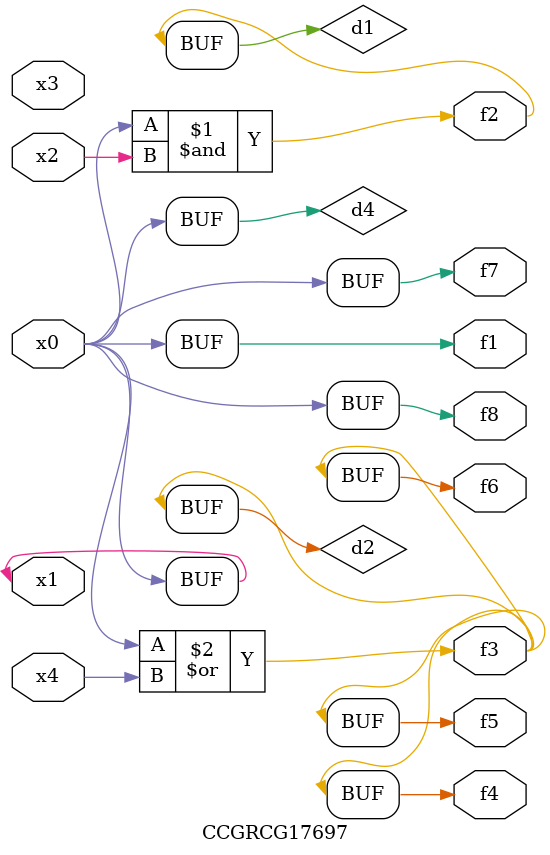
<source format=v>
module CCGRCG17697(
	input x0, x1, x2, x3, x4,
	output f1, f2, f3, f4, f5, f6, f7, f8
);

	wire d1, d2, d3, d4;

	and (d1, x0, x2);
	or (d2, x0, x4);
	nand (d3, x0, x2);
	buf (d4, x0, x1);
	assign f1 = d4;
	assign f2 = d1;
	assign f3 = d2;
	assign f4 = d2;
	assign f5 = d2;
	assign f6 = d2;
	assign f7 = d4;
	assign f8 = d4;
endmodule

</source>
